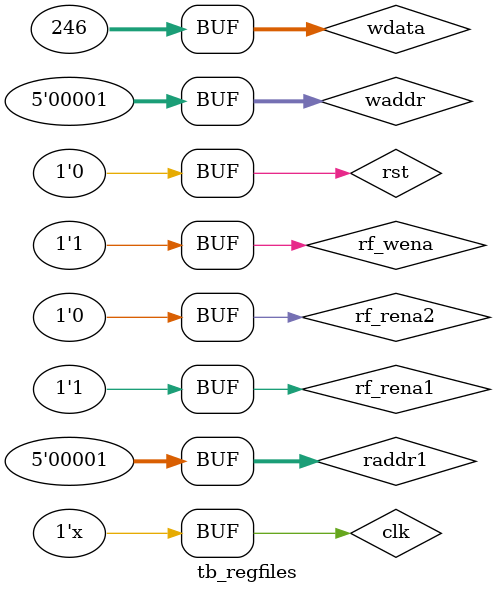
<source format=v>
`timescale 1ns / 1ps


module tb_regfiles;

reg clk = 0;
reg rst = 0;

reg [31:0] wdata;
reg [4:0] waddr;
reg rf_wena;
reg [4:0] raddr1;
reg [4:0] raddr2;
reg rf_rena1 = 0;
reg rf_rena2 = 0;

initial begin
#5;
wdata = 123;
waddr = 1;
rf_wena = 1;
#20;
wdata =246;
waddr = 1;
rf_wena = 1;
raddr1 = 1;
rf_rena1 = 1;
end

wire [31:0] rdata1;
wire [31:0] rdata2;

Regfile uut(
    clk, rst, waddr, wdata, rf_wena, raddr1, raddr2, rf_rena1, rf_rena2, rdata1, rdata2
);



always #10 clk = ~clk;

endmodule

</source>
